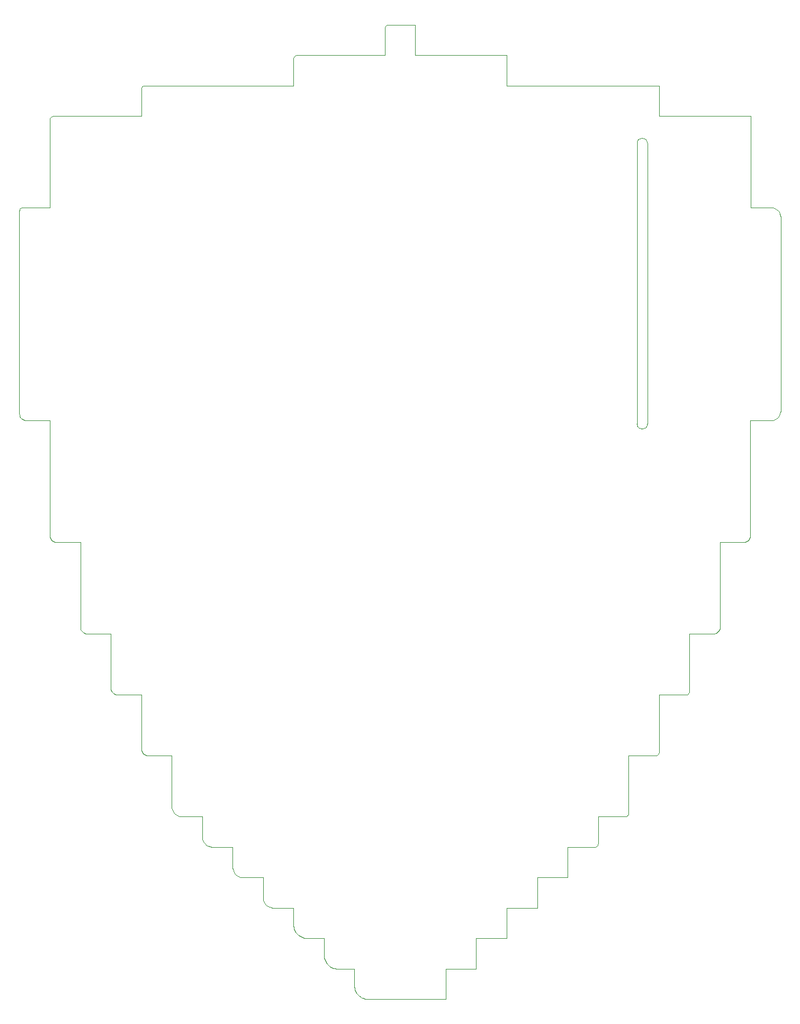
<source format=gbr>
%TF.GenerationSoftware,KiCad,Pcbnew,7.99.0-1.20230226git51d46c0.fc37*%
%TF.CreationDate,2023-03-13T11:31:17+00:00*%
%TF.ProjectId,tr23-outline-test-r1,74723233-2d6f-4757-946c-696e652d7465,rev?*%
%TF.SameCoordinates,Original*%
%TF.FileFunction,Profile,NP*%
%FSLAX46Y46*%
G04 Gerber Fmt 4.6, Leading zero omitted, Abs format (unit mm)*
G04 Created by KiCad (PCBNEW 7.99.0-1.20230226git51d46c0.fc37) date 2023-03-13 11:31:17*
%MOMM*%
%LPD*%
G01*
G04 APERTURE LIST*
%TA.AperFunction,Profile*%
%ADD10C,0.100000*%
%TD*%
G04 APERTURE END LIST*
D10*
%TO.C,DISP1*%
X9237500Y36675000D02*
X9237500Y77675000D01*
X10737500Y77675000D02*
X10737500Y36675000D01*
X9237500Y36675000D02*
G75*
G03*
X10737500Y36675000I750000J0D01*
G01*
X10737500Y77675000D02*
G75*
G03*
X9237500Y77675000I-750000J0D01*
G01*
%TO.C,GRAPHIC1*%
X-27100834Y94994744D02*
X-27194834Y94985844D01*
X-27194834Y94985844D02*
X-27282834Y94960444D01*
X-27282834Y94960444D02*
X-27363834Y94920144D01*
X-27363834Y94920144D02*
X-27435134Y94866544D01*
X-27435134Y94866544D02*
X-27495934Y94801144D01*
X-27495934Y94801144D02*
X-27544334Y94725844D01*
X-27544334Y94725844D02*
X-27578734Y94641944D01*
X-27578734Y94641944D02*
X-27597634Y94551344D01*
X-27597634Y94551344D02*
X-27597634Y90546943D01*
X-27597634Y90546943D02*
X-40444434Y90546943D01*
X-40444434Y90546943D02*
X-40545134Y90536744D01*
X-40545134Y90536744D02*
X-40638834Y90507543D01*
X-40638834Y90507543D02*
X-40723734Y90461544D01*
X-40723734Y90461544D02*
X-40797634Y90400443D01*
X-40797634Y90400443D02*
X-40858734Y90326543D01*
X-40858734Y90326543D02*
X-40904734Y90241643D01*
X-40904734Y90241643D02*
X-40933934Y90147943D01*
X-40933934Y90147943D02*
X-40944134Y90047243D01*
X-40944134Y90047243D02*
X-40944134Y86099143D01*
X-40944134Y86099143D02*
X-62683770Y86099143D01*
X-62683770Y86099143D02*
X-62784470Y86088943D01*
X-62784470Y86088943D02*
X-62878270Y86059843D01*
X-62878270Y86059843D02*
X-62963070Y86013744D01*
X-62963070Y86013744D02*
X-63037070Y85952743D01*
X-63037070Y85952743D02*
X-63098070Y85878743D01*
X-63098070Y85878743D02*
X-63144170Y85793844D01*
X-63144170Y85793844D02*
X-63173370Y85700143D01*
X-63173370Y85700143D02*
X-63183570Y85599444D01*
X-63183570Y85599444D02*
X-63183570Y81641140D01*
X-63183570Y81641140D02*
X-76127934Y81641140D01*
X-76127934Y81641140D02*
X-76221734Y81612040D01*
X-76221734Y81612040D02*
X-76306534Y81565940D01*
X-76306534Y81565940D02*
X-76380534Y81504940D01*
X-76380534Y81504940D02*
X-76441534Y81430940D01*
X-76441534Y81430940D02*
X-76487634Y81346140D01*
X-76487634Y81346140D02*
X-76516734Y81252340D01*
X-76516734Y81252340D02*
X-76516734Y68317840D01*
X-76516734Y68317840D02*
X-80475034Y68317840D01*
X-80475034Y68317840D02*
X-80575734Y68307640D01*
X-80575734Y68307640D02*
X-80669534Y68278440D01*
X-80669534Y68278440D02*
X-80754334Y68232340D01*
X-80754334Y68232340D02*
X-80828334Y68171340D01*
X-80828334Y68171340D02*
X-80889334Y68097440D01*
X-80889334Y68097440D02*
X-80935434Y68012540D01*
X-80935434Y68012540D02*
X-80964534Y67918740D01*
X-80964534Y67918740D02*
X-80974734Y67818040D01*
X-80974734Y67818040D02*
X-80974734Y38193140D01*
X-80974734Y38193140D02*
X-80954434Y37991140D01*
X-80954434Y37991140D02*
X-80896134Y37804140D01*
X-80896134Y37804140D02*
X-80803934Y37634140D01*
X-80803934Y37634140D02*
X-80681834Y37486140D01*
X-80681834Y37486140D02*
X-80533834Y37364140D01*
X-80533834Y37364140D02*
X-80364034Y37272140D01*
X-80364034Y37272140D02*
X-80176334Y37213140D01*
X-80176334Y37213140D02*
X-79974834Y37193140D01*
X-79974834Y37193140D02*
X-76526934Y37193140D01*
X-76526934Y37193140D02*
X-76526934Y20402127D01*
X-76526934Y20402127D02*
X-76506634Y20200127D01*
X-76506634Y20200127D02*
X-76448334Y20013127D01*
X-76448334Y20013127D02*
X-76356134Y19843127D01*
X-76356134Y19843127D02*
X-76234034Y19695127D01*
X-76234034Y19695127D02*
X-76086034Y19573127D01*
X-76086034Y19573127D02*
X-75916234Y19480127D01*
X-75916234Y19480127D02*
X-75728534Y19422127D01*
X-75728534Y19422127D02*
X-75527034Y19402127D01*
X-75527034Y19402127D02*
X-72079134Y19403627D01*
X-72079134Y19403627D02*
X-72079134Y7058173D01*
X-72079134Y7058173D02*
X-72058834Y6857173D01*
X-72058834Y6857173D02*
X-72000534Y6669173D01*
X-72000534Y6669173D02*
X-71908334Y6499173D01*
X-71908334Y6499173D02*
X-71786234Y6351173D01*
X-71786234Y6351173D02*
X-71638234Y6229173D01*
X-71638234Y6229173D02*
X-71468434Y6137173D01*
X-71468434Y6137173D02*
X-71280734Y6079173D01*
X-71280734Y6079173D02*
X-71079234Y6058173D01*
X-71079234Y6058173D02*
X-67631334Y6058173D01*
X-67631334Y6058173D02*
X-67631334Y-1837827D01*
X-67631334Y-1837827D02*
X-67611034Y-2038827D01*
X-67611034Y-2038827D02*
X-67552734Y-2226827D01*
X-67552734Y-2226827D02*
X-67460534Y-2396827D01*
X-67460534Y-2396827D02*
X-67338434Y-2544827D01*
X-67338434Y-2544827D02*
X-67190534Y-2666827D01*
X-67190534Y-2666827D02*
X-67020634Y-2758827D01*
X-67020634Y-2758827D02*
X-66832934Y-2816827D01*
X-66832934Y-2816827D02*
X-66631434Y-2837827D01*
X-66631434Y-2837827D02*
X-63183534Y-2837827D01*
X-63183534Y-2837827D02*
X-63183534Y-10732860D01*
X-63183534Y-10732860D02*
X-63163234Y-10934860D01*
X-63163234Y-10934860D02*
X-63104934Y-11122860D01*
X-63104934Y-11122860D02*
X-63012834Y-11291860D01*
X-63012834Y-11291860D02*
X-62890734Y-11439860D01*
X-62890734Y-11439860D02*
X-62742734Y-11561860D01*
X-62742734Y-11561860D02*
X-62572834Y-11654860D01*
X-62572834Y-11654860D02*
X-62385134Y-11712860D01*
X-62385134Y-11712860D02*
X-62183634Y-11732860D01*
X-62183634Y-11732860D02*
X-58735834Y-11732860D01*
X-58735834Y-11732860D02*
X-58735834Y-19128850D01*
X-58735834Y-19128850D02*
X-58728034Y-19281850D01*
X-58728034Y-19281850D02*
X-58705334Y-19430850D01*
X-58705334Y-19430850D02*
X-58617834Y-19712850D01*
X-58617834Y-19712850D02*
X-58479534Y-19966850D01*
X-58479534Y-19966850D02*
X-58296334Y-20188850D01*
X-58296334Y-20188850D02*
X-58074334Y-20372850D01*
X-58074334Y-20372850D02*
X-57819534Y-20510850D01*
X-57819534Y-20510850D02*
X-57537934Y-20597850D01*
X-57537934Y-20597850D02*
X-57388934Y-20620850D01*
X-57388934Y-20620850D02*
X-57235634Y-20628850D01*
X-57235634Y-20628850D02*
X-54288034Y-20628850D01*
X-54288034Y-20628850D02*
X-54288034Y-23576140D01*
X-54288034Y-23576140D02*
X-54280234Y-23730140D01*
X-54280234Y-23730140D02*
X-54257534Y-23879140D01*
X-54257534Y-23879140D02*
X-54170034Y-24160140D01*
X-54170034Y-24160140D02*
X-54031734Y-24415140D01*
X-54031734Y-24415140D02*
X-53848534Y-24637140D01*
X-53848534Y-24637140D02*
X-53626534Y-24820140D01*
X-53626534Y-24820140D02*
X-53371734Y-24959140D01*
X-53371734Y-24959140D02*
X-53090134Y-25046140D01*
X-53090134Y-25046140D02*
X-52941234Y-25069140D01*
X-52941234Y-25069140D02*
X-52787834Y-25077140D01*
X-52787834Y-25077140D02*
X-49840234Y-25077140D01*
X-49840234Y-25077140D02*
X-49840234Y-28024090D01*
X-49840234Y-28024090D02*
X-49832434Y-28178090D01*
X-49832434Y-28178090D02*
X-49809734Y-28327090D01*
X-49809734Y-28327090D02*
X-49722234Y-28608090D01*
X-49722234Y-28608090D02*
X-49583934Y-28863090D01*
X-49583934Y-28863090D02*
X-49400734Y-29085090D01*
X-49400734Y-29085090D02*
X-49178734Y-29268090D01*
X-49178734Y-29268090D02*
X-48923934Y-29406090D01*
X-48923934Y-29406090D02*
X-48642334Y-29494090D01*
X-48642334Y-29494090D02*
X-48493434Y-29517090D01*
X-48493434Y-29517090D02*
X-48340034Y-29524090D01*
X-48340034Y-29524090D02*
X-45391934Y-29524090D01*
X-45391934Y-29524090D02*
X-45391934Y-32472840D01*
X-45391934Y-32472840D02*
X-45384134Y-32625840D01*
X-45384134Y-32625840D02*
X-45361434Y-32774840D01*
X-45361434Y-32774840D02*
X-45273934Y-33055840D01*
X-45273934Y-33055840D02*
X-45135634Y-33310840D01*
X-45135634Y-33310840D02*
X-44952434Y-33532840D01*
X-44952434Y-33532840D02*
X-44730434Y-33715840D01*
X-44730434Y-33715840D02*
X-44475634Y-33854840D01*
X-44475634Y-33854840D02*
X-44194034Y-33941840D01*
X-44194034Y-33941840D02*
X-44045134Y-33964840D01*
X-44045134Y-33964840D02*
X-43891734Y-33972840D01*
X-43891734Y-33972840D02*
X-43841634Y-33972840D01*
X-43841634Y-33972840D02*
X-40944134Y-33972840D01*
X-40944134Y-33972840D02*
X-40944134Y-36420850D01*
X-40944134Y-36420850D02*
X-40933734Y-36624850D01*
X-40933734Y-36624850D02*
X-40903434Y-36823850D01*
X-40903434Y-36823850D02*
X-40854134Y-37014850D01*
X-40854134Y-37014850D02*
X-40786934Y-37198850D01*
X-40786934Y-37198850D02*
X-40702734Y-37373850D01*
X-40702734Y-37373850D02*
X-40602534Y-37538850D01*
X-40602534Y-37538850D02*
X-40487434Y-37692850D01*
X-40487434Y-37692850D02*
X-40358334Y-37834850D01*
X-40358334Y-37834850D02*
X-40216334Y-37963850D01*
X-40216334Y-37963850D02*
X-40062334Y-38078850D01*
X-40062334Y-38078850D02*
X-39897534Y-38178850D01*
X-39897534Y-38178850D02*
X-39722634Y-38262850D01*
X-39722634Y-38262850D02*
X-39538934Y-38330850D01*
X-39538934Y-38330850D02*
X-39347234Y-38379850D01*
X-39347234Y-38379850D02*
X-39148734Y-38409850D01*
X-39148734Y-38409850D02*
X-38944234Y-38420850D01*
X-38944234Y-38420850D02*
X-36496334Y-38420850D01*
X-36496334Y-38420850D02*
X-36496334Y-40867500D01*
X-36496334Y-40867500D02*
X-36485934Y-41072500D01*
X-36485934Y-41072500D02*
X-36455634Y-41271500D01*
X-36455634Y-41271500D02*
X-36406334Y-41462500D01*
X-36406334Y-41462500D02*
X-36339134Y-41646500D01*
X-36339134Y-41646500D02*
X-36254934Y-41821500D01*
X-36254934Y-41821500D02*
X-36154734Y-41986500D01*
X-36154734Y-41986500D02*
X-36039634Y-42140500D01*
X-36039634Y-42140500D02*
X-35910534Y-42282500D01*
X-35910534Y-42282500D02*
X-35768534Y-42411500D01*
X-35768534Y-42411500D02*
X-35614634Y-42526500D01*
X-35614634Y-42526500D02*
X-35449734Y-42626500D01*
X-35449734Y-42626500D02*
X-35274934Y-42710500D01*
X-35274934Y-42710500D02*
X-35091134Y-42777500D01*
X-35091134Y-42777500D02*
X-34899534Y-42827500D01*
X-34899534Y-42827500D02*
X-34700934Y-42857500D01*
X-34700934Y-42857500D02*
X-34496434Y-42867500D01*
X-34496434Y-42867500D02*
X-32048589Y-42867500D01*
X-32048589Y-42867500D02*
X-32048589Y-45315380D01*
X-32048589Y-45315380D02*
X-32038289Y-45520380D01*
X-32038289Y-45520380D02*
X-32007989Y-45718380D01*
X-32007989Y-45718380D02*
X-31958689Y-45910380D01*
X-31958689Y-45910380D02*
X-31891389Y-46094380D01*
X-31891389Y-46094380D02*
X-31807689Y-46268380D01*
X-31807689Y-46268380D02*
X-31706689Y-46433380D01*
X-31706689Y-46433380D02*
X-31591689Y-46587380D01*
X-31591689Y-46587380D02*
X-31462689Y-46729380D01*
X-31462689Y-46729380D02*
X-31320689Y-46858380D01*
X-31320689Y-46858380D02*
X-31166689Y-46974380D01*
X-31166689Y-46974380D02*
X-31001689Y-47074380D01*
X-31001689Y-47074380D02*
X-30826689Y-47158380D01*
X-30826689Y-47158380D02*
X-30643689Y-47225380D01*
X-30643689Y-47225380D02*
X-30451689Y-47274380D01*
X-30451689Y-47274380D02*
X-30253689Y-47305380D01*
X-30253689Y-47305380D02*
X-30048689Y-47315380D01*
X-30048689Y-47315380D02*
X-18704973Y-47315370D01*
X-18704973Y-47315370D02*
X-18704973Y-42867490D01*
X-18704973Y-42867490D02*
X-14257838Y-42867500D01*
X-14257838Y-42867500D02*
X-14257838Y-38420490D01*
X-14257838Y-38420490D02*
X-9808838Y-38420490D01*
X-9808838Y-38420490D02*
X-9797168Y-33972510D01*
X-9797168Y-33972510D02*
X-5360837Y-33972510D01*
X-5360837Y-33972510D02*
X-5360837Y-29523000D01*
X-5360837Y-29523000D02*
X-913837Y-29523070D01*
X-913837Y-29523070D02*
X-913837Y-25076000D01*
X-913837Y-25076000D02*
X3034163Y-25076110D01*
X3034163Y-25076110D02*
X3135163Y-25065110D01*
X3135163Y-25065110D02*
X3229163Y-25036110D01*
X3229163Y-25036110D02*
X3314163Y-24990110D01*
X3314163Y-24990110D02*
X3388163Y-24929110D01*
X3388163Y-24929110D02*
X3449163Y-24855110D01*
X3449163Y-24855110D02*
X3495163Y-24770110D01*
X3495163Y-24770110D02*
X3524163Y-24677110D01*
X3524163Y-24677110D02*
X3534163Y-24576110D01*
X3534163Y-24576110D02*
X3534163Y-20628000D01*
X3534163Y-20628000D02*
X7482163Y-20628080D01*
X7482163Y-20628080D02*
X7583163Y-20618080D01*
X7583163Y-20618080D02*
X7677163Y-20589080D01*
X7677163Y-20589080D02*
X7762163Y-20542080D01*
X7762163Y-20542080D02*
X7835163Y-20481080D01*
X7835163Y-20481080D02*
X7897163Y-20407080D01*
X7897163Y-20407080D02*
X7943163Y-20323080D01*
X7943163Y-20323080D02*
X7972163Y-20229080D01*
X7972163Y-20229080D02*
X7982163Y-20128080D01*
X7982163Y-20128080D02*
X7982163Y-11732000D01*
X7982163Y-11732000D02*
X11930163Y-11732090D01*
X11930163Y-11732090D02*
X12031163Y-11722090D01*
X12031163Y-11722090D02*
X12124163Y-11693090D01*
X12124163Y-11693090D02*
X12209163Y-11647090D01*
X12209163Y-11647090D02*
X12283163Y-11586090D01*
X12283163Y-11586090D02*
X12344163Y-11512090D01*
X12344163Y-11512090D02*
X12390163Y-11427090D01*
X12390163Y-11427090D02*
X12420163Y-11333090D01*
X12420163Y-11333090D02*
X12430163Y-11233090D01*
X12430163Y-11233090D02*
X12430163Y-2837000D01*
X12430163Y-2837000D02*
X16378163Y-2837098D01*
X16378163Y-2837098D02*
X16478163Y-2826098D01*
X16478163Y-2826098D02*
X16572163Y-2797098D01*
X16572163Y-2797098D02*
X16657163Y-2751098D01*
X16657163Y-2751098D02*
X16731163Y-2690098D01*
X16731163Y-2690098D02*
X16792163Y-2616098D01*
X16792163Y-2616098D02*
X16838163Y-2531098D01*
X16838163Y-2531098D02*
X16867163Y-2438098D01*
X16867163Y-2438098D02*
X16878163Y-2337098D01*
X16878163Y-2337098D02*
X16878163Y6059000D01*
X16878163Y6059000D02*
X20326170Y6058906D01*
X20326170Y6058906D02*
X20527170Y6079906D01*
X20527170Y6079906D02*
X20715170Y6137906D01*
X20715170Y6137906D02*
X20885170Y6229906D01*
X20885170Y6229906D02*
X21033170Y6351906D01*
X21033170Y6351906D02*
X21155170Y6499906D01*
X21155170Y6499906D02*
X21247170Y6669906D01*
X21247170Y6669906D02*
X21306170Y6857906D01*
X21306170Y6857906D02*
X21326170Y7058906D01*
X21326170Y7058906D02*
X21326170Y19403000D01*
X21326170Y19403000D02*
X24774170Y19402903D01*
X24774170Y19402903D02*
X24975170Y19422903D01*
X24975170Y19422903D02*
X25163170Y19480903D01*
X25163170Y19480903D02*
X25333170Y19573903D01*
X25333170Y19573903D02*
X25481170Y19695903D01*
X25481170Y19695903D02*
X25603170Y19843903D01*
X25603170Y19843903D02*
X25695170Y20013903D01*
X25695170Y20013903D02*
X25753170Y20200903D01*
X25753170Y20200903D02*
X25774170Y20402903D01*
X25774170Y20402903D02*
X25774170Y37193902D01*
X25774170Y37193902D02*
X28721170Y37193902D01*
X28721170Y37193902D02*
X28875170Y37201902D01*
X28875170Y37201902D02*
X29024170Y37223902D01*
X29024170Y37223902D02*
X29305170Y37311902D01*
X29305170Y37311902D02*
X29560170Y37449902D01*
X29560170Y37449902D02*
X29782170Y37632902D01*
X29782170Y37632902D02*
X29965170Y37854902D01*
X29965170Y37854902D02*
X30103170Y38109902D01*
X30103170Y38109902D02*
X30191170Y38391902D01*
X30191170Y38391902D02*
X30214170Y38540902D01*
X30214170Y38540902D02*
X30221170Y38693902D01*
X30221170Y38693902D02*
X30221170Y66818402D01*
X30221170Y66818402D02*
X30214170Y66971802D01*
X30214170Y66971802D02*
X30191170Y67120702D01*
X30191170Y67120702D02*
X30103170Y67402302D01*
X30103170Y67402302D02*
X29965170Y67657102D01*
X29965170Y67657102D02*
X29782170Y67879102D01*
X29782170Y67879102D02*
X29560170Y68062302D01*
X29560170Y68062302D02*
X29305170Y68200602D01*
X29305170Y68200602D02*
X29024170Y68288102D01*
X29024170Y68288102D02*
X28875170Y68310802D01*
X28875170Y68310802D02*
X28721170Y68318602D01*
X28721170Y68318602D02*
X25798760Y68318602D01*
X25798760Y68318602D02*
X25798760Y81651340D01*
X25798760Y81651340D02*
X12461307Y81651340D01*
X12461307Y81651340D02*
X12461307Y86099140D01*
X12461307Y86099140D02*
X-9810891Y86099140D01*
X-9810891Y86099140D02*
X-9810891Y90546940D01*
X-9810891Y90546940D02*
X-23177791Y90546940D01*
X-23177791Y90546940D02*
X-23177791Y94994740D01*
X-23177791Y94994740D02*
X-27100791Y94994740D01*
X-27100791Y94994740D02*
X-27100834Y94994744D01*
%TD*%
M02*

</source>
